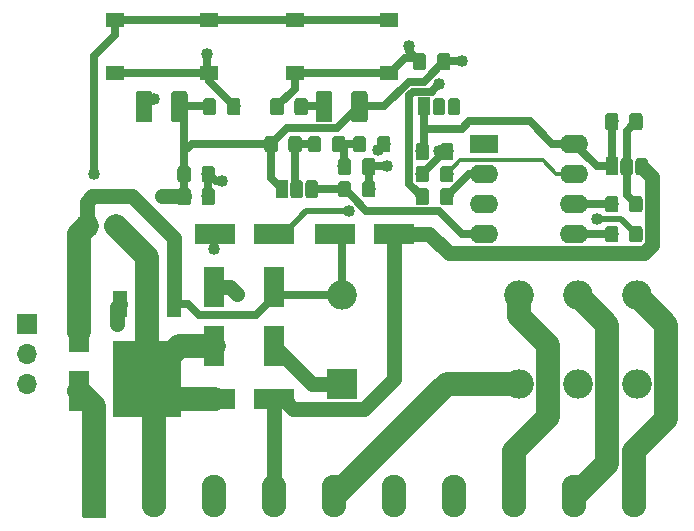
<source format=gtl>
G04 #@! TF.GenerationSoftware,KiCad,Pcbnew,(5.1.0-1195-gcea9cd417)*
G04 #@! TF.CreationDate,2019-07-13T23:42:12-07:00*
G04 #@! TF.ProjectId,RCSMCtrl,5243534d-4374-4726-9c2e-6b696361645f,NC*
G04 #@! TF.SameCoordinates,Original*
G04 #@! TF.FileFunction,Copper,L1,Top*
G04 #@! TF.FilePolarity,Positive*
%FSLAX46Y46*%
G04 Gerber Fmt 4.6, Leading zero omitted, Abs format (unit mm)*
G04 Created by KiCad (PCBNEW (5.1.0-1195-gcea9cd417)) date 2019-07-13 23:42:12*
%MOMM*%
%LPD*%
G04 APERTURE LIST*
%ADD10R,5.800000X6.400000*%
%ADD11R,1.200000X2.200000*%
%ADD12R,1.550000X1.300000*%
%ADD13C,0.100000*%
%ADD14C,1.150000*%
%ADD15R,1.050000X1.500000*%
%ADD16C,1.050000*%
%ADD17O,1.700000X1.700000*%
%ADD18R,1.700000X1.700000*%
%ADD19O,2.080000X3.600000*%
%ADD20C,2.080000*%
%ADD21O,2.400000X1.600000*%
%ADD22R,2.400000X1.600000*%
%ADD23R,3.500000X1.800000*%
%ADD24C,1.425000*%
%ADD25R,1.800000X3.500000*%
%ADD26C,1.600000*%
%ADD27R,1.600000X1.600000*%
%ADD28R,2.500000X2.500000*%
%ADD29O,2.500000X2.500000*%
%ADD30C,1.016000*%
%ADD31C,0.508000*%
%ADD32C,1.270000*%
%ADD33C,0.635000*%
%ADD34C,2.032000*%
%ADD35C,0.304800*%
G04 APERTURE END LIST*
D10*
X81280000Y-66870000D03*
D11*
X79000000Y-60570000D03*
X83560000Y-60570000D03*
D12*
X93810000Y-36485000D03*
X93810000Y-40985000D03*
X101770000Y-40985000D03*
X101770000Y-36485000D03*
X78570000Y-36485000D03*
X78570000Y-40985000D03*
X86530000Y-40985000D03*
X86530000Y-36485000D03*
D13*
G36*
X123120671Y-51389030D02*
G01*
X123201777Y-51443223D01*
X123255970Y-51524329D01*
X123275000Y-51619999D01*
X123275000Y-52520001D01*
X123255970Y-52615671D01*
X123201777Y-52696777D01*
X123120671Y-52750970D01*
X123025001Y-52770000D01*
X122374999Y-52770000D01*
X122279329Y-52750970D01*
X122198223Y-52696777D01*
X122144030Y-52615671D01*
X122125000Y-52520001D01*
X122125000Y-51619999D01*
X122144030Y-51524329D01*
X122198223Y-51443223D01*
X122279329Y-51389030D01*
X122374999Y-51370000D01*
X123025001Y-51370000D01*
X123120671Y-51389030D01*
X123120671Y-51389030D01*
G37*
D14*
X122700000Y-52070000D03*
D13*
G36*
X121070671Y-51389030D02*
G01*
X121151777Y-51443223D01*
X121205970Y-51524329D01*
X121225000Y-51619999D01*
X121225000Y-52520001D01*
X121205970Y-52615671D01*
X121151777Y-52696777D01*
X121070671Y-52750970D01*
X120975001Y-52770000D01*
X120324999Y-52770000D01*
X120229329Y-52750970D01*
X120148223Y-52696777D01*
X120094030Y-52615671D01*
X120075000Y-52520001D01*
X120075000Y-51619999D01*
X120094030Y-51524329D01*
X120148223Y-51443223D01*
X120229329Y-51389030D01*
X120324999Y-51370000D01*
X120975001Y-51370000D01*
X121070671Y-51389030D01*
X121070671Y-51389030D01*
G37*
D14*
X120650000Y-52070000D03*
D13*
G36*
X121070671Y-44404030D02*
G01*
X121151777Y-44458223D01*
X121205970Y-44539329D01*
X121225000Y-44634999D01*
X121225000Y-45535001D01*
X121205970Y-45630671D01*
X121151777Y-45711777D01*
X121070671Y-45765970D01*
X120975001Y-45785000D01*
X120324999Y-45785000D01*
X120229329Y-45765970D01*
X120148223Y-45711777D01*
X120094030Y-45630671D01*
X120075000Y-45535001D01*
X120075000Y-44634999D01*
X120094030Y-44539329D01*
X120148223Y-44458223D01*
X120229329Y-44404030D01*
X120324999Y-44385000D01*
X120975001Y-44385000D01*
X121070671Y-44404030D01*
X121070671Y-44404030D01*
G37*
D14*
X120650000Y-45085000D03*
D13*
G36*
X123120671Y-44404030D02*
G01*
X123201777Y-44458223D01*
X123255970Y-44539329D01*
X123275000Y-44634999D01*
X123275000Y-45535001D01*
X123255970Y-45630671D01*
X123201777Y-45711777D01*
X123120671Y-45765970D01*
X123025001Y-45785000D01*
X122374999Y-45785000D01*
X122279329Y-45765970D01*
X122198223Y-45711777D01*
X122144030Y-45630671D01*
X122125000Y-45535001D01*
X122125000Y-44634999D01*
X122144030Y-44539329D01*
X122198223Y-44458223D01*
X122279329Y-44404030D01*
X122374999Y-44385000D01*
X123025001Y-44385000D01*
X123120671Y-44404030D01*
X123120671Y-44404030D01*
G37*
D14*
X122700000Y-45085000D03*
D13*
G36*
X107100671Y-50754030D02*
G01*
X107181777Y-50808223D01*
X107235970Y-50889329D01*
X107255000Y-50984999D01*
X107255000Y-51885001D01*
X107235970Y-51980671D01*
X107181777Y-52061777D01*
X107100671Y-52115970D01*
X107005001Y-52135000D01*
X106354999Y-52135000D01*
X106259329Y-52115970D01*
X106178223Y-52061777D01*
X106124030Y-51980671D01*
X106105000Y-51885001D01*
X106105000Y-50984999D01*
X106124030Y-50889329D01*
X106178223Y-50808223D01*
X106259329Y-50754030D01*
X106354999Y-50735000D01*
X107005001Y-50735000D01*
X107100671Y-50754030D01*
X107100671Y-50754030D01*
G37*
D14*
X106680000Y-51435000D03*
D13*
G36*
X105050671Y-50754030D02*
G01*
X105131777Y-50808223D01*
X105185970Y-50889329D01*
X105205000Y-50984999D01*
X105205000Y-51885001D01*
X105185970Y-51980671D01*
X105131777Y-52061777D01*
X105050671Y-52115970D01*
X104955001Y-52135000D01*
X104304999Y-52135000D01*
X104209329Y-52115970D01*
X104128223Y-52061777D01*
X104074030Y-51980671D01*
X104055000Y-51885001D01*
X104055000Y-50984999D01*
X104074030Y-50889329D01*
X104128223Y-50808223D01*
X104209329Y-50754030D01*
X104304999Y-50735000D01*
X104955001Y-50735000D01*
X105050671Y-50754030D01*
X105050671Y-50754030D01*
G37*
D14*
X104630000Y-51435000D03*
D13*
G36*
X92740671Y-43134030D02*
G01*
X92821777Y-43188223D01*
X92875970Y-43269329D01*
X92895000Y-43364999D01*
X92895000Y-44265001D01*
X92875970Y-44360671D01*
X92821777Y-44441777D01*
X92740671Y-44495970D01*
X92645001Y-44515000D01*
X91994999Y-44515000D01*
X91899329Y-44495970D01*
X91818223Y-44441777D01*
X91764030Y-44360671D01*
X91745000Y-44265001D01*
X91745000Y-43364999D01*
X91764030Y-43269329D01*
X91818223Y-43188223D01*
X91899329Y-43134030D01*
X91994999Y-43115000D01*
X92645001Y-43115000D01*
X92740671Y-43134030D01*
X92740671Y-43134030D01*
G37*
D14*
X92320000Y-43815000D03*
D13*
G36*
X94790671Y-43134030D02*
G01*
X94871777Y-43188223D01*
X94925970Y-43269329D01*
X94945000Y-43364999D01*
X94945000Y-44265001D01*
X94925970Y-44360671D01*
X94871777Y-44441777D01*
X94790671Y-44495970D01*
X94695001Y-44515000D01*
X94044999Y-44515000D01*
X93949329Y-44495970D01*
X93868223Y-44441777D01*
X93814030Y-44360671D01*
X93795000Y-44265001D01*
X93795000Y-43364999D01*
X93814030Y-43269329D01*
X93868223Y-43188223D01*
X93949329Y-43134030D01*
X94044999Y-43115000D01*
X94695001Y-43115000D01*
X94790671Y-43134030D01*
X94790671Y-43134030D01*
G37*
D14*
X94370000Y-43815000D03*
D13*
G36*
X104805671Y-39324030D02*
G01*
X104886777Y-39378223D01*
X104940970Y-39459329D01*
X104960000Y-39554999D01*
X104960000Y-40455001D01*
X104940970Y-40550671D01*
X104886777Y-40631777D01*
X104805671Y-40685970D01*
X104710001Y-40705000D01*
X104059999Y-40705000D01*
X103964329Y-40685970D01*
X103883223Y-40631777D01*
X103829030Y-40550671D01*
X103810000Y-40455001D01*
X103810000Y-39554999D01*
X103829030Y-39459329D01*
X103883223Y-39378223D01*
X103964329Y-39324030D01*
X104059999Y-39305000D01*
X104710001Y-39305000D01*
X104805671Y-39324030D01*
X104805671Y-39324030D01*
G37*
D14*
X104385000Y-40005000D03*
D13*
G36*
X106855671Y-39324030D02*
G01*
X106936777Y-39378223D01*
X106990970Y-39459329D01*
X107010000Y-39554999D01*
X107010000Y-40455001D01*
X106990970Y-40550671D01*
X106936777Y-40631777D01*
X106855671Y-40685970D01*
X106760001Y-40705000D01*
X106109999Y-40705000D01*
X106014329Y-40685970D01*
X105933223Y-40631777D01*
X105879030Y-40550671D01*
X105860000Y-40455001D01*
X105860000Y-39554999D01*
X105879030Y-39459329D01*
X105933223Y-39378223D01*
X106014329Y-39324030D01*
X106109999Y-39305000D01*
X106760001Y-39305000D01*
X106855671Y-39324030D01*
X106855671Y-39324030D01*
G37*
D14*
X106435000Y-40005000D03*
D13*
G36*
X121070671Y-53929030D02*
G01*
X121151777Y-53983223D01*
X121205970Y-54064329D01*
X121225000Y-54159999D01*
X121225000Y-55060001D01*
X121205970Y-55155671D01*
X121151777Y-55236777D01*
X121070671Y-55290970D01*
X120975001Y-55310000D01*
X120324999Y-55310000D01*
X120229329Y-55290970D01*
X120148223Y-55236777D01*
X120094030Y-55155671D01*
X120075000Y-55060001D01*
X120075000Y-54159999D01*
X120094030Y-54064329D01*
X120148223Y-53983223D01*
X120229329Y-53929030D01*
X120324999Y-53910000D01*
X120975001Y-53910000D01*
X121070671Y-53929030D01*
X121070671Y-53929030D01*
G37*
D14*
X120650000Y-54610000D03*
D13*
G36*
X123120671Y-53929030D02*
G01*
X123201777Y-53983223D01*
X123255970Y-54064329D01*
X123275000Y-54159999D01*
X123275000Y-55060001D01*
X123255970Y-55155671D01*
X123201777Y-55236777D01*
X123120671Y-55290970D01*
X123025001Y-55310000D01*
X122374999Y-55310000D01*
X122279329Y-55290970D01*
X122198223Y-55236777D01*
X122144030Y-55155671D01*
X122125000Y-55060001D01*
X122125000Y-54159999D01*
X122144030Y-54064329D01*
X122198223Y-53983223D01*
X122279329Y-53929030D01*
X122374999Y-53910000D01*
X123025001Y-53910000D01*
X123120671Y-53929030D01*
X123120671Y-53929030D01*
G37*
D14*
X122700000Y-54610000D03*
D13*
G36*
X89075671Y-43134030D02*
G01*
X89156777Y-43188223D01*
X89210970Y-43269329D01*
X89230000Y-43364999D01*
X89230000Y-44265001D01*
X89210970Y-44360671D01*
X89156777Y-44441777D01*
X89075671Y-44495970D01*
X88980001Y-44515000D01*
X88329999Y-44515000D01*
X88234329Y-44495970D01*
X88153223Y-44441777D01*
X88099030Y-44360671D01*
X88080000Y-44265001D01*
X88080000Y-43364999D01*
X88099030Y-43269329D01*
X88153223Y-43188223D01*
X88234329Y-43134030D01*
X88329999Y-43115000D01*
X88980001Y-43115000D01*
X89075671Y-43134030D01*
X89075671Y-43134030D01*
G37*
D14*
X88655000Y-43815000D03*
D13*
G36*
X87025671Y-43134030D02*
G01*
X87106777Y-43188223D01*
X87160970Y-43269329D01*
X87180000Y-43364999D01*
X87180000Y-44265001D01*
X87160970Y-44360671D01*
X87106777Y-44441777D01*
X87025671Y-44495970D01*
X86930001Y-44515000D01*
X86279999Y-44515000D01*
X86184329Y-44495970D01*
X86103223Y-44441777D01*
X86049030Y-44360671D01*
X86030000Y-44265001D01*
X86030000Y-43364999D01*
X86049030Y-43269329D01*
X86103223Y-43188223D01*
X86184329Y-43134030D01*
X86279999Y-43115000D01*
X86930001Y-43115000D01*
X87025671Y-43134030D01*
X87025671Y-43134030D01*
G37*
D14*
X86605000Y-43815000D03*
D13*
G36*
X98455671Y-50119030D02*
G01*
X98536777Y-50173223D01*
X98590970Y-50254329D01*
X98610000Y-50349999D01*
X98610000Y-51250001D01*
X98590970Y-51345671D01*
X98536777Y-51426777D01*
X98455671Y-51480970D01*
X98360001Y-51500000D01*
X97709999Y-51500000D01*
X97614329Y-51480970D01*
X97533223Y-51426777D01*
X97479030Y-51345671D01*
X97460000Y-51250001D01*
X97460000Y-50349999D01*
X97479030Y-50254329D01*
X97533223Y-50173223D01*
X97614329Y-50119030D01*
X97709999Y-50100000D01*
X98360001Y-50100000D01*
X98455671Y-50119030D01*
X98455671Y-50119030D01*
G37*
D14*
X98035000Y-50800000D03*
D13*
G36*
X100505671Y-50119030D02*
G01*
X100586777Y-50173223D01*
X100640970Y-50254329D01*
X100660000Y-50349999D01*
X100660000Y-51250001D01*
X100640970Y-51345671D01*
X100586777Y-51426777D01*
X100505671Y-51480970D01*
X100410001Y-51500000D01*
X99759999Y-51500000D01*
X99664329Y-51480970D01*
X99583223Y-51426777D01*
X99529030Y-51345671D01*
X99510000Y-51250001D01*
X99510000Y-50349999D01*
X99529030Y-50254329D01*
X99583223Y-50173223D01*
X99664329Y-50119030D01*
X99759999Y-50100000D01*
X100410001Y-50100000D01*
X100505671Y-50119030D01*
X100505671Y-50119030D01*
G37*
D14*
X100085000Y-50800000D03*
D13*
G36*
X94290671Y-46309030D02*
G01*
X94371777Y-46363223D01*
X94425970Y-46444329D01*
X94445000Y-46539999D01*
X94445000Y-47440001D01*
X94425970Y-47535671D01*
X94371777Y-47616777D01*
X94290671Y-47670970D01*
X94195001Y-47690000D01*
X93544999Y-47690000D01*
X93449329Y-47670970D01*
X93368223Y-47616777D01*
X93314030Y-47535671D01*
X93295000Y-47440001D01*
X93295000Y-46539999D01*
X93314030Y-46444329D01*
X93368223Y-46363223D01*
X93449329Y-46309030D01*
X93544999Y-46290000D01*
X94195001Y-46290000D01*
X94290671Y-46309030D01*
X94290671Y-46309030D01*
G37*
D14*
X93870000Y-46990000D03*
D13*
G36*
X92240671Y-46309030D02*
G01*
X92321777Y-46363223D01*
X92375970Y-46444329D01*
X92395000Y-46539999D01*
X92395000Y-47440001D01*
X92375970Y-47535671D01*
X92321777Y-47616777D01*
X92240671Y-47670970D01*
X92145001Y-47690000D01*
X91494999Y-47690000D01*
X91399329Y-47670970D01*
X91318223Y-47616777D01*
X91264030Y-47535671D01*
X91245000Y-47440001D01*
X91245000Y-46539999D01*
X91264030Y-46444329D01*
X91318223Y-46363223D01*
X91399329Y-46309030D01*
X91494999Y-46290000D01*
X92145001Y-46290000D01*
X92240671Y-46309030D01*
X92240671Y-46309030D01*
G37*
D14*
X91820000Y-46990000D03*
D13*
G36*
X97965671Y-46309030D02*
G01*
X98046777Y-46363223D01*
X98100970Y-46444329D01*
X98120000Y-46539999D01*
X98120000Y-47440001D01*
X98100970Y-47535671D01*
X98046777Y-47616777D01*
X97965671Y-47670970D01*
X97870001Y-47690000D01*
X97219999Y-47690000D01*
X97124329Y-47670970D01*
X97043223Y-47616777D01*
X96989030Y-47535671D01*
X96970000Y-47440001D01*
X96970000Y-46539999D01*
X96989030Y-46444329D01*
X97043223Y-46363223D01*
X97124329Y-46309030D01*
X97219999Y-46290000D01*
X97870001Y-46290000D01*
X97965671Y-46309030D01*
X97965671Y-46309030D01*
G37*
D14*
X97545000Y-46990000D03*
D13*
G36*
X95915671Y-46309030D02*
G01*
X95996777Y-46363223D01*
X96050970Y-46444329D01*
X96070000Y-46539999D01*
X96070000Y-47440001D01*
X96050970Y-47535671D01*
X95996777Y-47616777D01*
X95915671Y-47670970D01*
X95820001Y-47690000D01*
X95169999Y-47690000D01*
X95074329Y-47670970D01*
X94993223Y-47616777D01*
X94939030Y-47535671D01*
X94920000Y-47440001D01*
X94920000Y-46539999D01*
X94939030Y-46444329D01*
X94993223Y-46363223D01*
X95074329Y-46309030D01*
X95169999Y-46290000D01*
X95820001Y-46290000D01*
X95915671Y-46309030D01*
X95915671Y-46309030D01*
G37*
D14*
X95495000Y-46990000D03*
D13*
G36*
X105050671Y-48849030D02*
G01*
X105131777Y-48903223D01*
X105185970Y-48984329D01*
X105205000Y-49079999D01*
X105205000Y-49980001D01*
X105185970Y-50075671D01*
X105131777Y-50156777D01*
X105050671Y-50210970D01*
X104955001Y-50230000D01*
X104304999Y-50230000D01*
X104209329Y-50210970D01*
X104128223Y-50156777D01*
X104074030Y-50075671D01*
X104055000Y-49980001D01*
X104055000Y-49079999D01*
X104074030Y-48984329D01*
X104128223Y-48903223D01*
X104209329Y-48849030D01*
X104304999Y-48830000D01*
X104955001Y-48830000D01*
X105050671Y-48849030D01*
X105050671Y-48849030D01*
G37*
D14*
X104630000Y-49530000D03*
D13*
G36*
X107100671Y-48849030D02*
G01*
X107181777Y-48903223D01*
X107235970Y-48984329D01*
X107255000Y-49079999D01*
X107255000Y-49980001D01*
X107235970Y-50075671D01*
X107181777Y-50156777D01*
X107100671Y-50210970D01*
X107005001Y-50230000D01*
X106354999Y-50230000D01*
X106259329Y-50210970D01*
X106178223Y-50156777D01*
X106124030Y-50075671D01*
X106105000Y-49980001D01*
X106105000Y-49079999D01*
X106124030Y-48984329D01*
X106178223Y-48903223D01*
X106259329Y-48849030D01*
X106354999Y-48830000D01*
X107005001Y-48830000D01*
X107100671Y-48849030D01*
X107100671Y-48849030D01*
G37*
D14*
X106680000Y-49530000D03*
D13*
G36*
X101775671Y-46309030D02*
G01*
X101856777Y-46363223D01*
X101910970Y-46444329D01*
X101930000Y-46539999D01*
X101930000Y-47440001D01*
X101910970Y-47535671D01*
X101856777Y-47616777D01*
X101775671Y-47670970D01*
X101680001Y-47690000D01*
X101029999Y-47690000D01*
X100934329Y-47670970D01*
X100853223Y-47616777D01*
X100799030Y-47535671D01*
X100780000Y-47440001D01*
X100780000Y-46539999D01*
X100799030Y-46444329D01*
X100853223Y-46363223D01*
X100934329Y-46309030D01*
X101029999Y-46290000D01*
X101680001Y-46290000D01*
X101775671Y-46309030D01*
X101775671Y-46309030D01*
G37*
D14*
X101355000Y-46990000D03*
D13*
G36*
X99725671Y-46309030D02*
G01*
X99806777Y-46363223D01*
X99860970Y-46444329D01*
X99880000Y-46539999D01*
X99880000Y-47440001D01*
X99860970Y-47535671D01*
X99806777Y-47616777D01*
X99725671Y-47670970D01*
X99630001Y-47690000D01*
X98979999Y-47690000D01*
X98884329Y-47670970D01*
X98803223Y-47616777D01*
X98749030Y-47535671D01*
X98730000Y-47440001D01*
X98730000Y-46539999D01*
X98749030Y-46444329D01*
X98803223Y-46363223D01*
X98884329Y-46309030D01*
X98979999Y-46290000D01*
X99630001Y-46290000D01*
X99725671Y-46309030D01*
X99725671Y-46309030D01*
G37*
D14*
X99305000Y-46990000D03*
D13*
G36*
X105050671Y-46944030D02*
G01*
X105131777Y-46998223D01*
X105185970Y-47079329D01*
X105205000Y-47174999D01*
X105205000Y-48075001D01*
X105185970Y-48170671D01*
X105131777Y-48251777D01*
X105050671Y-48305970D01*
X104955001Y-48325000D01*
X104304999Y-48325000D01*
X104209329Y-48305970D01*
X104128223Y-48251777D01*
X104074030Y-48170671D01*
X104055000Y-48075001D01*
X104055000Y-47174999D01*
X104074030Y-47079329D01*
X104128223Y-46998223D01*
X104209329Y-46944030D01*
X104304999Y-46925000D01*
X104955001Y-46925000D01*
X105050671Y-46944030D01*
X105050671Y-46944030D01*
G37*
D14*
X104630000Y-47625000D03*
D13*
G36*
X107100671Y-46944030D02*
G01*
X107181777Y-46998223D01*
X107235970Y-47079329D01*
X107255000Y-47174999D01*
X107255000Y-48075001D01*
X107235970Y-48170671D01*
X107181777Y-48251777D01*
X107100671Y-48305970D01*
X107005001Y-48325000D01*
X106354999Y-48325000D01*
X106259329Y-48305970D01*
X106178223Y-48251777D01*
X106124030Y-48170671D01*
X106105000Y-48075001D01*
X106105000Y-47174999D01*
X106124030Y-47079329D01*
X106178223Y-46998223D01*
X106259329Y-46944030D01*
X106354999Y-46925000D01*
X107005001Y-46925000D01*
X107100671Y-46944030D01*
X107100671Y-46944030D01*
G37*
D14*
X106680000Y-47625000D03*
D15*
X120650000Y-48895000D03*
D13*
G36*
X123552954Y-48164982D02*
G01*
X123638116Y-48221884D01*
X123695018Y-48307046D01*
X123715000Y-48407500D01*
X123715000Y-49382500D01*
X123695018Y-49482954D01*
X123638116Y-49568116D01*
X123552954Y-49625018D01*
X123452500Y-49645000D01*
X122927500Y-49645000D01*
X122827046Y-49625018D01*
X122741884Y-49568116D01*
X122684982Y-49482954D01*
X122665000Y-49382500D01*
X122665000Y-48407500D01*
X122684982Y-48307046D01*
X122741884Y-48221884D01*
X122827046Y-48164982D01*
X122927500Y-48145000D01*
X123452500Y-48145000D01*
X123552954Y-48164982D01*
X123552954Y-48164982D01*
G37*
D16*
X123190000Y-48895000D03*
D13*
G36*
X122282954Y-48164982D02*
G01*
X122368116Y-48221884D01*
X122425018Y-48307046D01*
X122445000Y-48407500D01*
X122445000Y-49382500D01*
X122425018Y-49482954D01*
X122368116Y-49568116D01*
X122282954Y-49625018D01*
X122182500Y-49645000D01*
X121657500Y-49645000D01*
X121557046Y-49625018D01*
X121471884Y-49568116D01*
X121414982Y-49482954D01*
X121395000Y-49382500D01*
X121395000Y-48407500D01*
X121414982Y-48307046D01*
X121471884Y-48221884D01*
X121557046Y-48164982D01*
X121657500Y-48145000D01*
X122182500Y-48145000D01*
X122282954Y-48164982D01*
X122282954Y-48164982D01*
G37*
D16*
X121920000Y-48895000D03*
D15*
X92710000Y-50800000D03*
D13*
G36*
X95612954Y-50069982D02*
G01*
X95698116Y-50126884D01*
X95755018Y-50212046D01*
X95775000Y-50312500D01*
X95775000Y-51287500D01*
X95755018Y-51387954D01*
X95698116Y-51473116D01*
X95612954Y-51530018D01*
X95512500Y-51550000D01*
X94987500Y-51550000D01*
X94887046Y-51530018D01*
X94801884Y-51473116D01*
X94744982Y-51387954D01*
X94725000Y-51287500D01*
X94725000Y-50312500D01*
X94744982Y-50212046D01*
X94801884Y-50126884D01*
X94887046Y-50069982D01*
X94987500Y-50050000D01*
X95512500Y-50050000D01*
X95612954Y-50069982D01*
X95612954Y-50069982D01*
G37*
D16*
X95250000Y-50800000D03*
D13*
G36*
X94342954Y-50069982D02*
G01*
X94428116Y-50126884D01*
X94485018Y-50212046D01*
X94505000Y-50312500D01*
X94505000Y-51287500D01*
X94485018Y-51387954D01*
X94428116Y-51473116D01*
X94342954Y-51530018D01*
X94242500Y-51550000D01*
X93717500Y-51550000D01*
X93617046Y-51530018D01*
X93531884Y-51473116D01*
X93474982Y-51387954D01*
X93455000Y-51287500D01*
X93455000Y-50312500D01*
X93474982Y-50212046D01*
X93531884Y-50126884D01*
X93617046Y-50069982D01*
X93717500Y-50050000D01*
X94242500Y-50050000D01*
X94342954Y-50069982D01*
X94342954Y-50069982D01*
G37*
D16*
X93980000Y-50800000D03*
D15*
X104775000Y-43815000D03*
D13*
G36*
X107677954Y-43084982D02*
G01*
X107763116Y-43141884D01*
X107820018Y-43227046D01*
X107840000Y-43327500D01*
X107840000Y-44302500D01*
X107820018Y-44402954D01*
X107763116Y-44488116D01*
X107677954Y-44545018D01*
X107577500Y-44565000D01*
X107052500Y-44565000D01*
X106952046Y-44545018D01*
X106866884Y-44488116D01*
X106809982Y-44402954D01*
X106790000Y-44302500D01*
X106790000Y-43327500D01*
X106809982Y-43227046D01*
X106866884Y-43141884D01*
X106952046Y-43084982D01*
X107052500Y-43065000D01*
X107577500Y-43065000D01*
X107677954Y-43084982D01*
X107677954Y-43084982D01*
G37*
D16*
X107315000Y-43815000D03*
D13*
G36*
X106407954Y-43084982D02*
G01*
X106493116Y-43141884D01*
X106550018Y-43227046D01*
X106570000Y-43327500D01*
X106570000Y-44302500D01*
X106550018Y-44402954D01*
X106493116Y-44488116D01*
X106407954Y-44545018D01*
X106307500Y-44565000D01*
X105782500Y-44565000D01*
X105682046Y-44545018D01*
X105596884Y-44488116D01*
X105539982Y-44402954D01*
X105520000Y-44302500D01*
X105520000Y-43327500D01*
X105539982Y-43227046D01*
X105596884Y-43141884D01*
X105682046Y-43084982D01*
X105782500Y-43065000D01*
X106307500Y-43065000D01*
X106407954Y-43084982D01*
X106407954Y-43084982D01*
G37*
D16*
X106045000Y-43815000D03*
D17*
X71120000Y-67310000D03*
X71120000Y-64770000D03*
D18*
X71120000Y-62230000D03*
D19*
X122555000Y-76835000D03*
X117475000Y-76835000D03*
X112395000Y-76835000D03*
X107315000Y-76835000D03*
X102235000Y-76835000D03*
X97155000Y-76835000D03*
X92075000Y-76835000D03*
X86995000Y-76835000D03*
X81915000Y-76835000D03*
D13*
G36*
X77720671Y-75054030D02*
G01*
X77801777Y-75108223D01*
X77855970Y-75189329D01*
X77875000Y-75284999D01*
X77875000Y-78385001D01*
X77855970Y-78480671D01*
X77801777Y-78561777D01*
X77720671Y-78615970D01*
X77625001Y-78635000D01*
X76044999Y-78635000D01*
X75949329Y-78615970D01*
X75868223Y-78561777D01*
X75814030Y-78480671D01*
X75795000Y-78385001D01*
X75795000Y-75284999D01*
X75814030Y-75189329D01*
X75868223Y-75108223D01*
X75949329Y-75054030D01*
X76044999Y-75035000D01*
X77625001Y-75035000D01*
X77720671Y-75054030D01*
X77720671Y-75054030D01*
G37*
D20*
X76835000Y-76835000D03*
D21*
X117475000Y-46990000D03*
X109855000Y-54610000D03*
X117475000Y-49530000D03*
X109855000Y-52070000D03*
X117475000Y-52070000D03*
X109855000Y-49530000D03*
X117475000Y-54610000D03*
D22*
X109855000Y-46990000D03*
D23*
X87035000Y-68580000D03*
X92035000Y-68580000D03*
X102195000Y-54610000D03*
X97195000Y-54610000D03*
D13*
G36*
X99835671Y-42509030D02*
G01*
X99916777Y-42563223D01*
X99970970Y-42644329D01*
X99990000Y-42740000D01*
X99990000Y-44890000D01*
X99970970Y-44985671D01*
X99916777Y-45066777D01*
X99835671Y-45120970D01*
X99740000Y-45140000D01*
X98815000Y-45140000D01*
X98719329Y-45120970D01*
X98638223Y-45066777D01*
X98584030Y-44985671D01*
X98565000Y-44890000D01*
X98565000Y-42740000D01*
X98584030Y-42644329D01*
X98638223Y-42563223D01*
X98719329Y-42509030D01*
X98815000Y-42490000D01*
X99740000Y-42490000D01*
X99835671Y-42509030D01*
X99835671Y-42509030D01*
G37*
D24*
X99277500Y-43815000D03*
D13*
G36*
X96860671Y-42509030D02*
G01*
X96941777Y-42563223D01*
X96995970Y-42644329D01*
X97015000Y-42740000D01*
X97015000Y-44890000D01*
X96995970Y-44985671D01*
X96941777Y-45066777D01*
X96860671Y-45120970D01*
X96765000Y-45140000D01*
X95840000Y-45140000D01*
X95744329Y-45120970D01*
X95663223Y-45066777D01*
X95609030Y-44985671D01*
X95590000Y-44890000D01*
X95590000Y-42740000D01*
X95609030Y-42644329D01*
X95663223Y-42563223D01*
X95744329Y-42509030D01*
X95840000Y-42490000D01*
X96765000Y-42490000D01*
X96860671Y-42509030D01*
X96860671Y-42509030D01*
G37*
D24*
X96302500Y-43815000D03*
D13*
G36*
X84595671Y-42509030D02*
G01*
X84676777Y-42563223D01*
X84730970Y-42644329D01*
X84750000Y-42740000D01*
X84750000Y-44890000D01*
X84730970Y-44985671D01*
X84676777Y-45066777D01*
X84595671Y-45120970D01*
X84500000Y-45140000D01*
X83575000Y-45140000D01*
X83479329Y-45120970D01*
X83398223Y-45066777D01*
X83344030Y-44985671D01*
X83325000Y-44890000D01*
X83325000Y-42740000D01*
X83344030Y-42644329D01*
X83398223Y-42563223D01*
X83479329Y-42509030D01*
X83575000Y-42490000D01*
X84500000Y-42490000D01*
X84595671Y-42509030D01*
X84595671Y-42509030D01*
G37*
D24*
X84037500Y-43815000D03*
D13*
G36*
X81620671Y-42509030D02*
G01*
X81701777Y-42563223D01*
X81755970Y-42644329D01*
X81775000Y-42740000D01*
X81775000Y-44890000D01*
X81755970Y-44985671D01*
X81701777Y-45066777D01*
X81620671Y-45120970D01*
X81525000Y-45140000D01*
X80600000Y-45140000D01*
X80504329Y-45120970D01*
X80423223Y-45066777D01*
X80369030Y-44985671D01*
X80350000Y-44890000D01*
X80350000Y-42740000D01*
X80369030Y-42644329D01*
X80423223Y-42563223D01*
X80504329Y-42509030D01*
X80600000Y-42490000D01*
X81525000Y-42490000D01*
X81620671Y-42509030D01*
X81620671Y-42509030D01*
G37*
D24*
X81062500Y-43815000D03*
D25*
X75565000Y-67905000D03*
X75565000Y-62905000D03*
D23*
X92035000Y-54610000D03*
X87035000Y-54610000D03*
D25*
X86995000Y-64095000D03*
X86995000Y-59095000D03*
X92075000Y-64095000D03*
X92075000Y-59095000D03*
D13*
G36*
X86925671Y-48849030D02*
G01*
X87006777Y-48903223D01*
X87060970Y-48984329D01*
X87080000Y-49079999D01*
X87080000Y-49980001D01*
X87060970Y-50075671D01*
X87006777Y-50156777D01*
X86925671Y-50210970D01*
X86830001Y-50230000D01*
X86179999Y-50230000D01*
X86084329Y-50210970D01*
X86003223Y-50156777D01*
X85949030Y-50075671D01*
X85930000Y-49980001D01*
X85930000Y-49079999D01*
X85949030Y-48984329D01*
X86003223Y-48903223D01*
X86084329Y-48849030D01*
X86179999Y-48830000D01*
X86830001Y-48830000D01*
X86925671Y-48849030D01*
X86925671Y-48849030D01*
G37*
D14*
X86505000Y-49530000D03*
D13*
G36*
X84875671Y-48849030D02*
G01*
X84956777Y-48903223D01*
X85010970Y-48984329D01*
X85030000Y-49079999D01*
X85030000Y-49980001D01*
X85010970Y-50075671D01*
X84956777Y-50156777D01*
X84875671Y-50210970D01*
X84780001Y-50230000D01*
X84129999Y-50230000D01*
X84034329Y-50210970D01*
X83953223Y-50156777D01*
X83899030Y-50075671D01*
X83880000Y-49980001D01*
X83880000Y-49079999D01*
X83899030Y-48984329D01*
X83953223Y-48903223D01*
X84034329Y-48849030D01*
X84129999Y-48830000D01*
X84780001Y-48830000D01*
X84875671Y-48849030D01*
X84875671Y-48849030D01*
G37*
D14*
X84455000Y-49530000D03*
D13*
G36*
X86925671Y-50754030D02*
G01*
X87006777Y-50808223D01*
X87060970Y-50889329D01*
X87080000Y-50984999D01*
X87080000Y-51885001D01*
X87060970Y-51980671D01*
X87006777Y-52061777D01*
X86925671Y-52115970D01*
X86830001Y-52135000D01*
X86179999Y-52135000D01*
X86084329Y-52115970D01*
X86003223Y-52061777D01*
X85949030Y-51980671D01*
X85930000Y-51885001D01*
X85930000Y-50984999D01*
X85949030Y-50889329D01*
X86003223Y-50808223D01*
X86084329Y-50754030D01*
X86179999Y-50735000D01*
X86830001Y-50735000D01*
X86925671Y-50754030D01*
X86925671Y-50754030D01*
G37*
D14*
X86505000Y-51435000D03*
D13*
G36*
X84875671Y-50754030D02*
G01*
X84956777Y-50808223D01*
X85010970Y-50889329D01*
X85030000Y-50984999D01*
X85030000Y-51885001D01*
X85010970Y-51980671D01*
X84956777Y-52061777D01*
X84875671Y-52115970D01*
X84780001Y-52135000D01*
X84129999Y-52135000D01*
X84034329Y-52115970D01*
X83953223Y-52061777D01*
X83899030Y-51980671D01*
X83880000Y-51885001D01*
X83880000Y-50984999D01*
X83899030Y-50889329D01*
X83953223Y-50808223D01*
X84034329Y-50754030D01*
X84129999Y-50735000D01*
X84780001Y-50735000D01*
X84875671Y-50754030D01*
X84875671Y-50754030D01*
G37*
D14*
X84455000Y-51435000D03*
D26*
X78700000Y-53975000D03*
D27*
X76200000Y-53975000D03*
D13*
G36*
X100505671Y-48214030D02*
G01*
X100586777Y-48268223D01*
X100640970Y-48349329D01*
X100660000Y-48444999D01*
X100660000Y-49345001D01*
X100640970Y-49440671D01*
X100586777Y-49521777D01*
X100505671Y-49575970D01*
X100410001Y-49595000D01*
X99759999Y-49595000D01*
X99664329Y-49575970D01*
X99583223Y-49521777D01*
X99529030Y-49440671D01*
X99510000Y-49345001D01*
X99510000Y-48444999D01*
X99529030Y-48349329D01*
X99583223Y-48268223D01*
X99664329Y-48214030D01*
X99759999Y-48195000D01*
X100410001Y-48195000D01*
X100505671Y-48214030D01*
X100505671Y-48214030D01*
G37*
D14*
X100085000Y-48895000D03*
D13*
G36*
X98455671Y-48214030D02*
G01*
X98536777Y-48268223D01*
X98590970Y-48349329D01*
X98610000Y-48444999D01*
X98610000Y-49345001D01*
X98590970Y-49440671D01*
X98536777Y-49521777D01*
X98455671Y-49575970D01*
X98360001Y-49595000D01*
X97709999Y-49595000D01*
X97614329Y-49575970D01*
X97533223Y-49521777D01*
X97479030Y-49440671D01*
X97460000Y-49345001D01*
X97460000Y-48444999D01*
X97479030Y-48349329D01*
X97533223Y-48268223D01*
X97614329Y-48214030D01*
X97709999Y-48195000D01*
X98360001Y-48195000D01*
X98455671Y-48214030D01*
X98455671Y-48214030D01*
G37*
D14*
X98035000Y-48895000D03*
D28*
X97790000Y-67310000D03*
D29*
X112790000Y-67310000D03*
X117790000Y-67310000D03*
X122790000Y-67310000D03*
X122790000Y-59810000D03*
X117790000Y-59810000D03*
X112790000Y-59810000D03*
X97790000Y-59810000D03*
D30*
X106045000Y-41910000D03*
X98425000Y-52705000D03*
X119380000Y-53340000D03*
X81915000Y-43180000D03*
X88900000Y-59690000D03*
X86360000Y-39370000D03*
X86995000Y-55880000D03*
X87630000Y-50165000D03*
X76835000Y-49530000D03*
X103505000Y-38735000D03*
X82550000Y-51435000D03*
X78740000Y-62230000D03*
X101600000Y-48895000D03*
X100874854Y-47534854D03*
X107950000Y-40005000D03*
X106045000Y-47625000D03*
D31*
X92035000Y-54610000D02*
X92885000Y-54610000D01*
X94790000Y-52705000D02*
X98425000Y-52705000D01*
X92885000Y-54610000D02*
X94790000Y-52705000D01*
X122700000Y-54610000D02*
X121430000Y-53340000D01*
X121430000Y-53340000D02*
X119380000Y-53340000D01*
X81062500Y-43815000D02*
X81280000Y-43815000D01*
X81280000Y-43815000D02*
X81915000Y-43180000D01*
D32*
X86995000Y-59095000D02*
X88305000Y-59095000D01*
X88305000Y-59095000D02*
X88900000Y-59690000D01*
D33*
X86360000Y-39370000D02*
X86360000Y-40815000D01*
X86360000Y-40815000D02*
X86530000Y-40985000D01*
X86995000Y-55880000D02*
X86995000Y-54650000D01*
X86995000Y-54650000D02*
X87035000Y-54610000D01*
X87630000Y-50165000D02*
X87140000Y-50165000D01*
X87140000Y-50165000D02*
X86505000Y-49530000D01*
X78570000Y-36485000D02*
X78570000Y-37770000D01*
X78570000Y-37770000D02*
X76835000Y-39505000D01*
X76835000Y-39505000D02*
X76835000Y-49530000D01*
X103505000Y-38735000D02*
X103505000Y-39125000D01*
X103505000Y-39125000D02*
X104385000Y-40005000D01*
D32*
X82550000Y-51435000D02*
X84455000Y-51435000D01*
X78740000Y-62230000D02*
X78740000Y-60830000D01*
X78740000Y-60830000D02*
X79000000Y-60570000D01*
D33*
X92075000Y-59095000D02*
X92075000Y-59945000D01*
X92075000Y-59945000D02*
X90540000Y-61480000D01*
X85705000Y-61480000D02*
X84795000Y-60570000D01*
X90540000Y-61480000D02*
X85705000Y-61480000D01*
X84795000Y-60570000D02*
X83560000Y-60570000D01*
X101895000Y-36485000D02*
X101770000Y-36485000D01*
D32*
X83560000Y-60570000D02*
X83560000Y-54985000D01*
X83560000Y-54985000D02*
X80010000Y-51435000D01*
X80010000Y-51435000D02*
X76670000Y-51435000D01*
X76200000Y-51905000D02*
X76200000Y-53975000D01*
X76670000Y-51435000D02*
X76200000Y-51905000D01*
D33*
X109855000Y-54610000D02*
X108020000Y-54610000D01*
X108020000Y-54610000D02*
X106062510Y-52652510D01*
X99887510Y-52652510D02*
X98656120Y-51421120D01*
X98656120Y-51421120D02*
X98035000Y-50800000D01*
X106062510Y-52652510D02*
X99887510Y-52652510D01*
D32*
X124110010Y-55506558D02*
X124110010Y-49815010D01*
X105215000Y-54610000D02*
X106850010Y-56245010D01*
X102195000Y-54610000D02*
X105215000Y-54610000D01*
X106850010Y-56245010D02*
X123371558Y-56245010D01*
X123371558Y-56245010D02*
X124110010Y-55506558D01*
X124110010Y-49815010D02*
X123280010Y-48985010D01*
X92035000Y-68580000D02*
X92885000Y-68580000D01*
X92885000Y-68580000D02*
X93700001Y-69395001D01*
X93700001Y-69395001D02*
X99708001Y-69395001D01*
X102195000Y-66908002D02*
X102195000Y-56780000D01*
X99708001Y-69395001D02*
X102195000Y-66908002D01*
X102195000Y-56780000D02*
X102195000Y-54610000D01*
D34*
X78700000Y-53975000D02*
X81280000Y-56555000D01*
X81280000Y-56555000D02*
X81280000Y-66870000D01*
D33*
X99277500Y-43815000D02*
X97434990Y-45657510D01*
X97434990Y-45657510D02*
X93152490Y-45657510D01*
X93152490Y-45657510D02*
X92441120Y-46368880D01*
X92441120Y-46368880D02*
X91820000Y-46990000D01*
X84455000Y-49530000D02*
X84455000Y-47625000D01*
X84455000Y-47625000D02*
X84455000Y-44232500D01*
X91820000Y-46990000D02*
X85090000Y-46990000D01*
X85090000Y-46990000D02*
X84455000Y-47625000D01*
X84455000Y-44232500D02*
X84037500Y-43815000D01*
D35*
X106680000Y-49530000D02*
X107832410Y-48377590D01*
X107832410Y-48377590D02*
X114817790Y-48377590D01*
X115970200Y-49530000D02*
X117475000Y-49530000D01*
X114817790Y-48377590D02*
X115970200Y-49530000D01*
D33*
X86505000Y-51435000D02*
X86505000Y-49530000D01*
X97790000Y-59810000D02*
X92790000Y-59810000D01*
X92790000Y-59810000D02*
X92075000Y-59095000D01*
X97790000Y-59810000D02*
X97790000Y-55205000D01*
X97790000Y-55205000D02*
X97195000Y-54610000D01*
X109855000Y-49530000D02*
X108585000Y-49530000D01*
X108585000Y-49530000D02*
X106680000Y-51435000D01*
X106680000Y-47625000D02*
X106535000Y-47625000D01*
X106535000Y-47625000D02*
X104630000Y-49530000D01*
X120650000Y-45085000D02*
X120650000Y-48895000D01*
X120650000Y-48895000D02*
X119380000Y-48895000D01*
X119380000Y-48895000D02*
X117475000Y-46990000D01*
X120650000Y-54610000D02*
X117475000Y-54610000D01*
X120650000Y-52070000D02*
X117475000Y-52070000D01*
X121920000Y-48895000D02*
X121920000Y-51290000D01*
X121920000Y-51290000D02*
X122700000Y-52070000D01*
X122700000Y-45085000D02*
X121920000Y-45865000D01*
X121920000Y-45865000D02*
X121920000Y-48895000D01*
X104775000Y-47480000D02*
X104630000Y-47625000D01*
X98035000Y-50800000D02*
X95250000Y-50800000D01*
X100085000Y-50800000D02*
X100085000Y-48895000D01*
X98035000Y-48895000D02*
X98035000Y-47480000D01*
X98035000Y-47480000D02*
X97545000Y-46990000D01*
X99305000Y-46990000D02*
X97545000Y-46990000D01*
X95495000Y-46990000D02*
X93870000Y-46990000D01*
X93870000Y-46990000D02*
X93870000Y-50690000D01*
X93870000Y-50690000D02*
X93980000Y-50800000D01*
X91820000Y-46990000D02*
X91820000Y-49910000D01*
X91820000Y-49910000D02*
X92710000Y-50800000D01*
X84455000Y-51435000D02*
X84455000Y-49530000D01*
X96302500Y-43815000D02*
X94370000Y-43815000D01*
X86605000Y-43815000D02*
X84037500Y-43815000D01*
X86530000Y-40985000D02*
X86530000Y-41690000D01*
X86530000Y-41690000D02*
X88655000Y-43815000D01*
X78570000Y-40985000D02*
X79980000Y-40985000D01*
X79980000Y-40985000D02*
X86530000Y-40985000D01*
X93810000Y-40985000D02*
X93810000Y-42325000D01*
X93810000Y-42325000D02*
X92320000Y-43815000D01*
X101770000Y-40985000D02*
X100360000Y-40985000D01*
X100360000Y-40985000D02*
X93810000Y-40985000D01*
X93810000Y-36485000D02*
X95220000Y-36485000D01*
X95220000Y-36485000D02*
X101770000Y-36485000D01*
X86530000Y-36485000D02*
X87940000Y-36485000D01*
X87940000Y-36485000D02*
X93810000Y-36485000D01*
X78570000Y-36485000D02*
X79980000Y-36485000D01*
X79980000Y-36485000D02*
X86530000Y-36485000D01*
D34*
X75565000Y-62905000D02*
X75565000Y-54610000D01*
X75565000Y-54610000D02*
X76200000Y-53975000D01*
X76835000Y-76835000D02*
X76835000Y-69175000D01*
X76835000Y-69175000D02*
X75565000Y-67905000D01*
X86995000Y-64095000D02*
X84055000Y-64095000D01*
X84055000Y-64095000D02*
X81280000Y-66870000D01*
X87035000Y-68580000D02*
X82990000Y-68580000D01*
X82990000Y-68580000D02*
X81280000Y-66870000D01*
X81915000Y-76835000D02*
X81915000Y-67505000D01*
X81915000Y-67505000D02*
X81280000Y-66870000D01*
D32*
X92075000Y-76835000D02*
X92075000Y-68620000D01*
X92075000Y-68620000D02*
X92035000Y-68580000D01*
X97790000Y-67310000D02*
X95290000Y-67310000D01*
X95290000Y-67310000D02*
X92075000Y-64095000D01*
D34*
X112790000Y-67310000D02*
X106680000Y-67310000D01*
X106680000Y-67310000D02*
X97155000Y-76835000D01*
X120256001Y-74053999D02*
X117475000Y-76835000D01*
X120256001Y-62276001D02*
X120256001Y-74053999D01*
X117790000Y-59810000D02*
X120256001Y-62276001D01*
X112790000Y-61577766D02*
X115256001Y-64043767D01*
X112790000Y-59810000D02*
X112790000Y-61577766D01*
X115256001Y-64043767D02*
X115256001Y-70141999D01*
X115256001Y-70141999D02*
X112395000Y-73003000D01*
X112395000Y-73003000D02*
X112395000Y-76835000D01*
X122790000Y-59810000D02*
X125256001Y-62276001D01*
X125256001Y-62276001D02*
X125256001Y-70301999D01*
X122555000Y-73003000D02*
X122555000Y-76835000D01*
X125256001Y-70301999D02*
X122555000Y-73003000D01*
D33*
X103537490Y-50342490D02*
X103537490Y-42846008D01*
X104630000Y-51435000D02*
X103537490Y-50342490D01*
X104727510Y-41712488D02*
X103490127Y-41712488D01*
X103490127Y-41712488D02*
X101387615Y-43815000D01*
X103537490Y-42846008D02*
X103835999Y-42547499D01*
X104080000Y-39700000D02*
X104385000Y-40005000D01*
X100090000Y-43815000D02*
X99277500Y-43815000D01*
X105537001Y-42417999D02*
X106045000Y-41910000D01*
X106435000Y-40005000D02*
X104727510Y-41712488D01*
X105407501Y-42547499D02*
X105537001Y-42417999D01*
X103180000Y-39700000D02*
X104080000Y-39700000D01*
X103835999Y-42547499D02*
X105407501Y-42547499D01*
X101387615Y-43815000D02*
X100090000Y-43815000D01*
X101895000Y-40985000D02*
X103180000Y-39700000D01*
X101770000Y-40985000D02*
X101895000Y-40985000D01*
X100085000Y-48895000D02*
X101600000Y-48895000D01*
D31*
X101382853Y-47017853D02*
X101382853Y-47026855D01*
X101355000Y-46990000D02*
X101382853Y-47017853D01*
X101382853Y-47026855D02*
X100874854Y-47534854D01*
D33*
X107950000Y-40005000D02*
X106435000Y-40005000D01*
X106045000Y-47625000D02*
X106680000Y-47625000D01*
X115640000Y-46990000D02*
X113735000Y-45085000D01*
X117475000Y-46990000D02*
X115640000Y-46990000D01*
X113735000Y-45085000D02*
X108585000Y-45085000D01*
X107950000Y-45720000D02*
X104775000Y-45720000D01*
X108585000Y-45085000D02*
X107950000Y-45720000D01*
X104775000Y-45720000D02*
X104775000Y-47480000D01*
X104775000Y-43815000D02*
X104775000Y-45720000D01*
M02*

</source>
